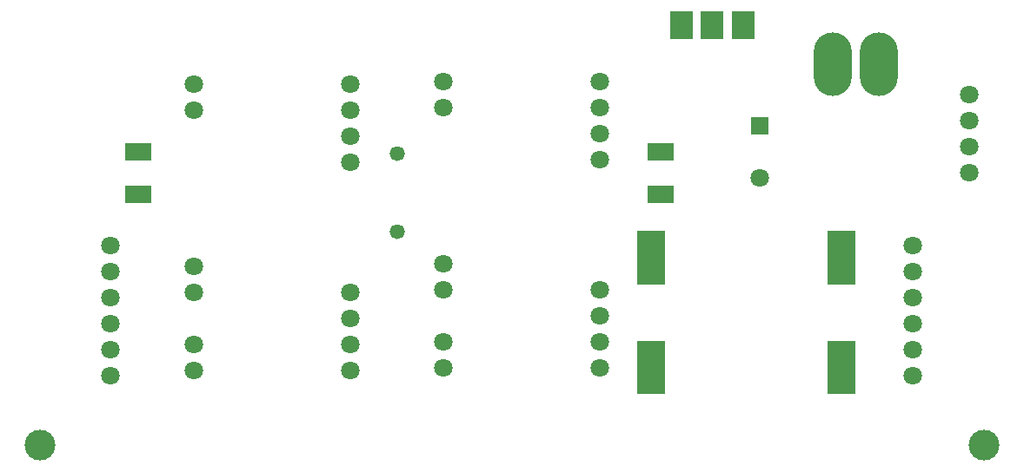
<source format=gbr>
G04 DipTrace 3.2.0.1*
G04 TopMask.gbr*
%MOIN*%
G04 #@! TF.FileFunction,Soldermask,Top*
G04 #@! TF.Part,Single*
%ADD31C,0.11811*%
%ADD37C,0.057874*%
%ADD39C,0.057874*%
%ADD41C,0.070866*%
%ADD43O,0.145669X0.244094*%
%ADD45R,0.086614X0.106299*%
%ADD47R,0.102362X0.066929*%
%ADD49R,0.070866X0.070866*%
%ADD51C,0.070866*%
%ADD53R,0.106299X0.106299*%
%FSLAX26Y26*%
G04*
G70*
G90*
G75*
G01*
G04 TopMask*
%LPD*%
D53*
X2858029Y1265566D3*
Y745369D3*
X3587950Y1265566D3*
Y745369D3*
X2858029Y1167455D3*
Y843597D3*
X3587950Y843873D3*
Y1167692D3*
D51*
X3273862Y1521243D3*
D49*
Y1721243D3*
D47*
X893370Y1624214D3*
Y1458860D3*
X2896425Y1624311D3*
Y1458957D3*
D45*
X2975190Y2108849D3*
X3093300D3*
X3211410D3*
D31*
X514589Y495054D3*
X4136636Y495408D3*
D43*
X3556072Y1960908D3*
X3732319Y1960528D3*
D41*
X4079220Y1841232D3*
Y1741232D3*
Y1641862D3*
Y1541232D3*
X3862935Y762955D3*
Y862955D3*
Y962955D3*
Y1062955D3*
Y1162955D3*
Y1262955D3*
X784906Y1262965D3*
Y1162965D3*
Y1062965D3*
Y962965D3*
Y862965D3*
Y762965D3*
X1106481Y1882113D3*
Y1782113D3*
Y882113D3*
Y782113D3*
X1706481Y1882073D3*
Y1782113D3*
Y1682113D3*
Y1582113D3*
Y1082113D3*
Y982113D3*
Y882113D3*
Y782113D3*
X1106481Y1082113D3*
Y1182113D3*
X2061727Y1893886D3*
Y1793886D3*
Y893886D3*
Y793886D3*
X2661727Y1893846D3*
Y1793886D3*
Y1693886D3*
Y1593886D3*
Y1093886D3*
Y993886D3*
Y893886D3*
Y793886D3*
X2061727Y1093886D3*
Y1193886D3*
D39*
X1884204Y1614647D3*
D37*
Y1314647D3*
M02*

</source>
